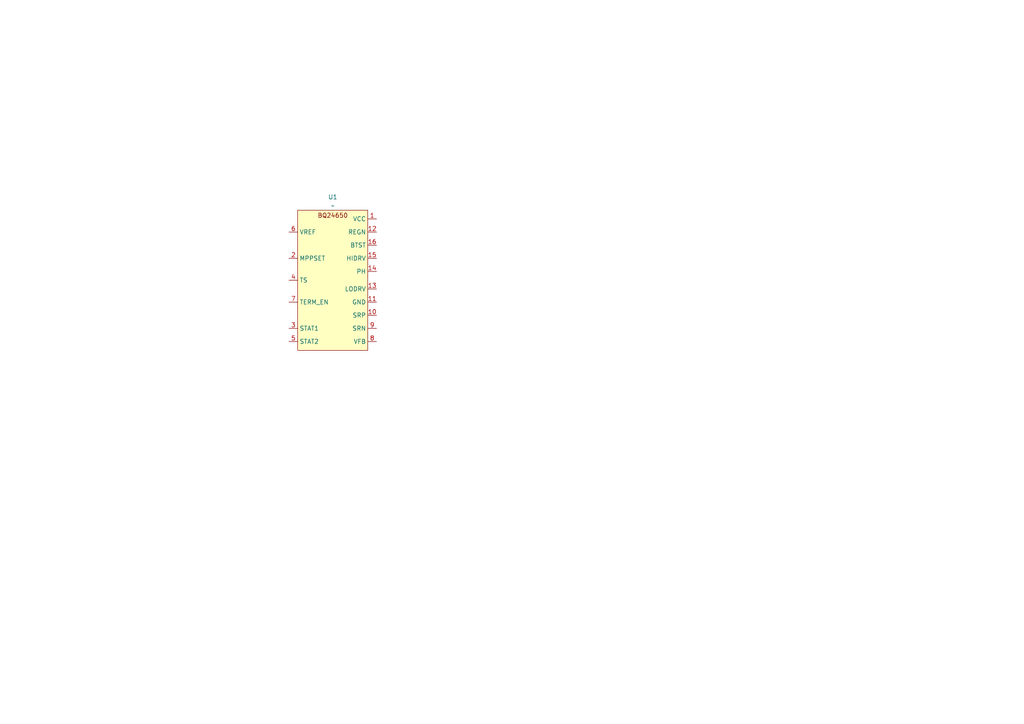
<source format=kicad_sch>
(kicad_sch (version 20231120) (generator "eeschema") (generator_version "8.0")
  (paper "A4")
  (lib_symbols
    (symbol "MPPT Charge Controller Symbol Library:BQ24650"
      (property "Reference" "U" (at 0 0 0))
      (symbol "BQ24650_1_1"
        (rectangle (start -10.16 20.32) (end 10.16 -20.32) (fill (type background)))
        (text "BQ24650" (at 0 18.796 0) (effects (font (size 1.27 1.27))))
        (pin power_in line (at 12.7 17.78 180) (length 2.54) (name "VCC") (number "1"))
        (pin power_in line (at 12.7 -10.16 180) (length 2.54) (name "SRP") (number "10"))
        (pin power_in line (at 12.7 -6.35 180) (length 2.54) (name "GND") (number "11"))
        (pin power_out line (at 12.7 13.97 180) (length 2.54) (name "REGN") (number "12"))
        (pin output line (at 12.7 -2.54 180) (length 2.54) (name "LODRV") (number "13"))
        (pin power_out line (at 12.7 2.54 180) (length 2.54) (name "PH") (number "14"))
        (pin output line (at 12.7 6.35 180) (length 2.54) (name "HIDRV") (number "15"))
        (pin power_in line (at 12.7 10.16 180) (length 2.54) (name "BTST") (number "16"))
        (pin input line (at -12.7 6.35 0) (length 2.54) (name "MPPSET") (number "2"))
        (pin output line (at -12.7 -13.97 0) (length 2.54) (name "STAT1") (number "3"))
        (pin input line (at -12.7 0 0) (length 2.54) (name "TS") (number "4"))
        (pin output line (at -12.7 -17.78 0) (length 2.54) (name "STAT2") (number "5"))
        (pin power_out line (at -12.7 13.97 0) (length 2.54) (name "VREF") (number "6"))
        (pin input line (at -12.7 -6.35 0) (length 2.54) (name "TERM_EN") (number "7"))
        (pin input line (at 12.7 -17.78 180) (length 2.54) (name "VFB") (number "8"))
        (pin input line (at 12.7 -13.97 180) (length 2.54) (name "SRN") (number "9"))
      )
    )
  )
  (symbol (lib_id "MPPT Charge Controller Symbol Library:BQ24650") (at 96.52 81.28 0) (unit 1)
    (property "Reference" "U1" (at 96.52 57.15 0))
    (property "Value" "~" (at 96.52 59.69 0))
    (property "Footprint" "MPPT Charge Controller Footprint Library:VQFN-16_EP_3.5x3.5_Pitch0.5mm" (effects (hide yes)))
  )
)
</source>
